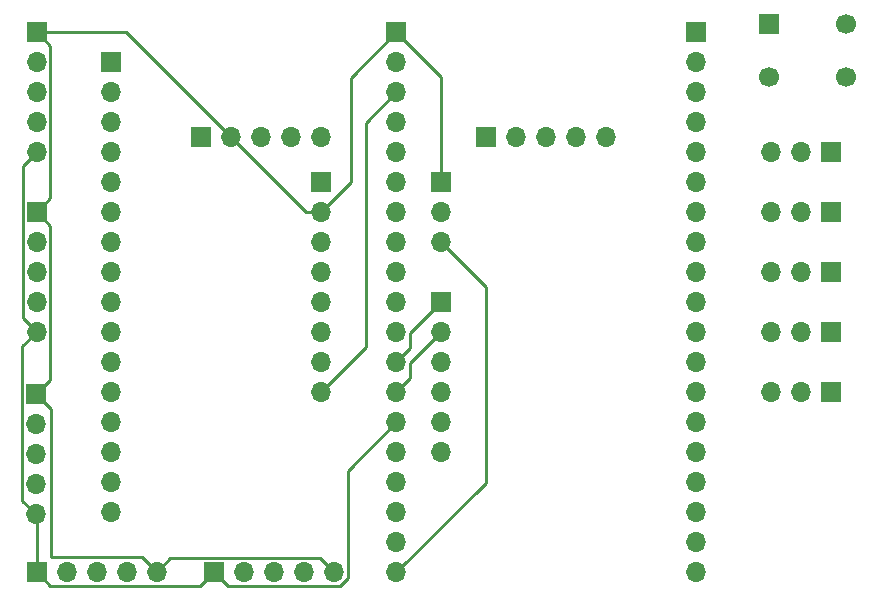
<source format=gbr>
%TF.GenerationSoftware,KiCad,Pcbnew,8.0.3*%
%TF.CreationDate,2024-07-03T13:18:24-05:00*%
%TF.ProjectId,lucidGloves,6c756369-6447-46c6-9f76-65732e6b6963,rev?*%
%TF.SameCoordinates,Original*%
%TF.FileFunction,Copper,L2,Bot*%
%TF.FilePolarity,Positive*%
%FSLAX46Y46*%
G04 Gerber Fmt 4.6, Leading zero omitted, Abs format (unit mm)*
G04 Created by KiCad (PCBNEW 8.0.3) date 2024-07-03 13:18:24*
%MOMM*%
%LPD*%
G01*
G04 APERTURE LIST*
%TA.AperFunction,ComponentPad*%
%ADD10R,1.700000X1.700000*%
%TD*%
%TA.AperFunction,ComponentPad*%
%ADD11O,1.700000X1.700000*%
%TD*%
%TA.AperFunction,ComponentPad*%
%ADD12C,1.700000*%
%TD*%
%TA.AperFunction,ViaPad*%
%ADD13C,0.300000*%
%TD*%
%TA.AperFunction,Conductor*%
%ADD14C,0.250000*%
%TD*%
G04 APERTURE END LIST*
D10*
%TO.P,J12,1,Pin_1*%
%TO.N,Net-(J10-Pin_1)*%
X146100000Y-53340000D03*
D11*
%TO.P,J12,2,Pin_2*%
%TO.N,Net-(J12-Pin_2)*%
X146100000Y-55880000D03*
%TO.P,J12,3,Pin_3*%
%TO.N,Net-(J12-Pin_3)*%
X146100000Y-58420000D03*
%TO.P,J12,4,Pin_4*%
%TO.N,Net-(J12-Pin_4)*%
X146100000Y-60960000D03*
%TO.P,J12,5,Pin_5*%
%TO.N,Net-(J10-Pin_5)*%
X146100000Y-63500000D03*
%TD*%
D10*
%TO.P,J9,1,Pin_1*%
%TO.N,Net-(J10-Pin_1)*%
X176555000Y-53340000D03*
D11*
%TO.P,J9,2,Pin_2*%
%TO.N,unconnected-(J9-Pin_2-Pad2)*%
X176555000Y-55880000D03*
%TO.P,J9,3,Pin_3*%
%TO.N,Net-(J8-Pin_8)*%
X176555000Y-58420000D03*
%TO.P,J9,4,Pin_4*%
%TO.N,unconnected-(J9-Pin_4-Pad4)*%
X176555000Y-60960000D03*
%TO.P,J9,5,Pin_5*%
%TO.N,Net-(J6-Pin_3)*%
X176555000Y-63500000D03*
%TO.P,J9,6,Pin_6*%
%TO.N,Net-(J6-Pin_4)*%
X176555000Y-66040000D03*
%TO.P,J9,7,Pin_7*%
%TO.N,Net-(J6-Pin_5)*%
X176555000Y-68580000D03*
%TO.P,J9,8,Pin_8*%
%TO.N,Net-(J8-Pin_4)*%
X176555000Y-71120000D03*
%TO.P,J9,9,Pin_9*%
%TO.N,Net-(J8-Pin_5)*%
X176555000Y-73660000D03*
%TO.P,J9,10,Pin_10*%
%TO.N,Net-(J8-Pin_6)*%
X176555000Y-76200000D03*
%TO.P,J9,11,Pin_11*%
%TO.N,Net-(J8-Pin_7)*%
X176555000Y-78740000D03*
%TO.P,J9,12,Pin_12*%
%TO.N,Net-(J14-Pin_1)*%
X176555000Y-81280000D03*
%TO.P,J9,13,Pin_13*%
%TO.N,Net-(J14-Pin_2)*%
X176555000Y-83820000D03*
%TO.P,J9,14,Pin_14*%
%TO.N,Net-(J10-Pin_5)*%
X176555000Y-86360000D03*
%TO.P,J9,15,Pin_15*%
%TO.N,Net-(D1-K)*%
X176555000Y-88900000D03*
%TO.P,J9,16,Pin_16*%
%TO.N,unconnected-(J9-Pin_16-Pad16)*%
X176555000Y-91440000D03*
%TO.P,J9,17,Pin_17*%
%TO.N,unconnected-(J9-Pin_17-Pad17)*%
X176555000Y-93980000D03*
%TO.P,J9,18,Pin_18*%
%TO.N,unconnected-(J9-Pin_18-Pad18)*%
X176555000Y-96520000D03*
%TO.P,J9,19,Pin_19*%
%TO.N,Net-(J3-Pin_3)*%
X176555000Y-99060000D03*
%TD*%
D10*
%TO.P,J16,1,Pin_1*%
%TO.N,Net-(J16-Pin_1)*%
X213360000Y-63500000D03*
D11*
%TO.P,J16,2,Pin_2*%
%TO.N,Net-(J16-Pin_2)*%
X210820000Y-63500000D03*
%TO.P,J16,3,Pin_3*%
%TO.N,Net-(J13-Pin_8)*%
X208280000Y-63500000D03*
%TD*%
D10*
%TO.P,J11,1,Pin_1*%
%TO.N,Net-(J10-Pin_1)*%
X146100000Y-68580000D03*
D11*
%TO.P,J11,2,Pin_2*%
%TO.N,Net-(J11-Pin_2)*%
X146100000Y-71120000D03*
%TO.P,J11,3,Pin_3*%
%TO.N,Net-(J11-Pin_3)*%
X146100000Y-73660000D03*
%TO.P,J11,4,Pin_4*%
%TO.N,Net-(J11-Pin_4)*%
X146100000Y-76200000D03*
%TO.P,J11,5,Pin_5*%
%TO.N,Net-(J10-Pin_5)*%
X146100000Y-78740000D03*
%TD*%
D10*
%TO.P,J5,1,Pin_1*%
%TO.N,Net-(J10-Pin_5)*%
X161120000Y-99060000D03*
D11*
%TO.P,J5,2,Pin_2*%
%TO.N,Net-(J5-Pin_2)*%
X163660000Y-99060000D03*
%TO.P,J5,3,Pin_3*%
%TO.N,Net-(J5-Pin_3)*%
X166200000Y-99060000D03*
%TO.P,J5,4,Pin_4*%
%TO.N,Net-(J5-Pin_4)*%
X168740000Y-99060000D03*
%TO.P,J5,5,Pin_5*%
%TO.N,Net-(J10-Pin_1)*%
X171280000Y-99060000D03*
%TD*%
D10*
%TO.P,J15,1,Pin_1*%
%TO.N,Net-(J13-Pin_1)*%
X184155000Y-62230000D03*
D11*
%TO.P,J15,2,Pin_2*%
%TO.N,Net-(J13-Pin_5)*%
X186695000Y-62230000D03*
%TO.P,J15,3,Pin_3*%
%TO.N,Net-(J13-Pin_4)*%
X189235000Y-62230000D03*
%TO.P,J15,4,Pin_4*%
%TO.N,Net-(J13-Pin_3)*%
X191775000Y-62230000D03*
%TO.P,J15,5,Pin_5*%
%TO.N,Net-(J13-Pin_2)*%
X194315000Y-62230000D03*
%TD*%
D10*
%TO.P,J10,1,Pin_1*%
%TO.N,Net-(J10-Pin_1)*%
X146075000Y-84000000D03*
D11*
%TO.P,J10,2,Pin_2*%
%TO.N,Net-(J10-Pin_2)*%
X146075000Y-86540000D03*
%TO.P,J10,3,Pin_3*%
%TO.N,Net-(J10-Pin_3)*%
X146075000Y-89080000D03*
%TO.P,J10,4,Pin_4*%
%TO.N,Net-(J10-Pin_4)*%
X146075000Y-91620000D03*
%TO.P,J10,5,Pin_5*%
%TO.N,Net-(J10-Pin_5)*%
X146075000Y-94160000D03*
%TD*%
D10*
%TO.P,J4,1,Pin_1*%
%TO.N,Net-(J10-Pin_5)*%
X146100000Y-99060000D03*
D11*
%TO.P,J4,2,Pin_2*%
%TO.N,Net-(J4-Pin_2)*%
X148640000Y-99060000D03*
%TO.P,J4,3,Pin_3*%
%TO.N,Net-(J4-Pin_3)*%
X151180000Y-99060000D03*
%TO.P,J4,4,Pin_4*%
%TO.N,Net-(J4-Pin_4)*%
X153720000Y-99060000D03*
%TO.P,J4,5,Pin_5*%
%TO.N,Net-(J10-Pin_1)*%
X156260000Y-99060000D03*
%TD*%
D10*
%TO.P,J18,1,Pin_1*%
%TO.N,Net-(J16-Pin_1)*%
X213360000Y-73660000D03*
D11*
%TO.P,J18,2,Pin_2*%
%TO.N,Net-(J16-Pin_2)*%
X210820000Y-73660000D03*
%TO.P,J18,3,Pin_3*%
%TO.N,Net-(J13-Pin_10)*%
X208280000Y-73660000D03*
%TD*%
D10*
%TO.P,J13,1,Pin_1*%
%TO.N,Net-(J13-Pin_1)*%
X201930000Y-53340000D03*
D11*
%TO.P,J13,2,Pin_2*%
%TO.N,Net-(J13-Pin_2)*%
X201930000Y-55880000D03*
%TO.P,J13,3,Pin_3*%
%TO.N,Net-(J13-Pin_3)*%
X201930000Y-58420000D03*
%TO.P,J13,4,Pin_4*%
%TO.N,Net-(J13-Pin_4)*%
X201930000Y-60960000D03*
%TO.P,J13,5,Pin_5*%
%TO.N,Net-(J13-Pin_5)*%
X201930000Y-63500000D03*
%TO.P,J13,6,Pin_6*%
%TO.N,Net-(J13-Pin_6)*%
X201930000Y-66040000D03*
%TO.P,J13,7,Pin_7*%
%TO.N,unconnected-(J13-Pin_7-Pad7)*%
X201930000Y-68580000D03*
%TO.P,J13,8,Pin_8*%
%TO.N,Net-(J13-Pin_8)*%
X201930000Y-71120000D03*
%TO.P,J13,9,Pin_9*%
%TO.N,Net-(J13-Pin_9)*%
X201930000Y-73660000D03*
%TO.P,J13,10,Pin_10*%
%TO.N,Net-(J13-Pin_10)*%
X201930000Y-76200000D03*
%TO.P,J13,11,Pin_11*%
%TO.N,Net-(J13-Pin_11)*%
X201930000Y-78740000D03*
%TO.P,J13,12,Pin_12*%
%TO.N,Net-(J13-Pin_12)*%
X201930000Y-81280000D03*
%TO.P,J13,13,Pin_13*%
%TO.N,Net-(J13-Pin_13)*%
X201930000Y-83820000D03*
%TO.P,J13,14,Pin_14*%
%TO.N,Net-(J13-Pin_14)*%
X201930000Y-86360000D03*
%TO.P,J13,15,Pin_15*%
%TO.N,Net-(J13-Pin_15)*%
X201930000Y-88900000D03*
%TO.P,J13,16,Pin_16*%
%TO.N,Net-(J13-Pin_16)*%
X201930000Y-91440000D03*
%TO.P,J13,17,Pin_17*%
%TO.N,unconnected-(J13-Pin_17-Pad17)*%
X201930000Y-93980000D03*
%TO.P,J13,18,Pin_18*%
%TO.N,unconnected-(J13-Pin_18-Pad18)*%
X201930000Y-96520000D03*
%TO.P,J13,19,Pin_19*%
%TO.N,unconnected-(J13-Pin_19-Pad19)*%
X201930000Y-99060000D03*
%TD*%
D10*
%TO.P,J20,1,Pin_1*%
%TO.N,Net-(J16-Pin_1)*%
X213360000Y-83820000D03*
D11*
%TO.P,J20,2,Pin_2*%
%TO.N,Net-(J16-Pin_2)*%
X210820000Y-83820000D03*
%TO.P,J20,3,Pin_3*%
%TO.N,Net-(J13-Pin_12)*%
X208280000Y-83820000D03*
%TD*%
D10*
%TO.P,J6,1,Pin_1*%
%TO.N,Net-(J10-Pin_5)*%
X160020000Y-62230000D03*
D11*
%TO.P,J6,2,Pin_2*%
%TO.N,Net-(J10-Pin_1)*%
X162560000Y-62230000D03*
%TO.P,J6,3,Pin_3*%
%TO.N,Net-(J6-Pin_3)*%
X165100000Y-62230000D03*
%TO.P,J6,4,Pin_4*%
%TO.N,Net-(J6-Pin_4)*%
X167640000Y-62230000D03*
%TO.P,J6,5,Pin_5*%
%TO.N,Net-(J6-Pin_5)*%
X170180000Y-62230000D03*
%TD*%
D10*
%TO.P,J19,1,Pin_1*%
%TO.N,Net-(J16-Pin_1)*%
X213360000Y-78740000D03*
D11*
%TO.P,J19,2,Pin_2*%
%TO.N,Net-(J16-Pin_2)*%
X210820000Y-78740000D03*
%TO.P,J19,3,Pin_3*%
%TO.N,Net-(J13-Pin_11)*%
X208280000Y-78740000D03*
%TD*%
D10*
%TO.P,J7,1,Pin_1*%
%TO.N,Net-(J12-Pin_2)*%
X152400000Y-55880000D03*
D11*
%TO.P,J7,2,Pin_2*%
%TO.N,Net-(J12-Pin_4)*%
X152400000Y-58420000D03*
%TO.P,J7,3,Pin_3*%
%TO.N,Net-(J12-Pin_3)*%
X152400000Y-60960000D03*
%TO.P,J7,4,Pin_4*%
%TO.N,Net-(J11-Pin_3)*%
X152400000Y-63500000D03*
%TO.P,J7,5,Pin_5*%
%TO.N,Net-(J11-Pin_4)*%
X152400000Y-66040000D03*
%TO.P,J7,6,Pin_6*%
%TO.N,Net-(J11-Pin_2)*%
X152400000Y-68580000D03*
%TO.P,J7,7,Pin_7*%
%TO.N,Net-(J10-Pin_3)*%
X152400000Y-71120000D03*
%TO.P,J7,8,Pin_8*%
%TO.N,Net-(J10-Pin_4)*%
X152400000Y-73660000D03*
%TO.P,J7,9,Pin_9*%
%TO.N,Net-(J10-Pin_2)*%
X152400000Y-76200000D03*
%TO.P,J7,10,Pin_10*%
%TO.N,Net-(J4-Pin_3)*%
X152400000Y-78740000D03*
%TO.P,J7,11,Pin_11*%
%TO.N,Net-(J4-Pin_2)*%
X152400000Y-81280000D03*
%TO.P,J7,12,Pin_12*%
%TO.N,Net-(J4-Pin_4)*%
X152400000Y-83820000D03*
%TO.P,J7,13,Pin_13*%
%TO.N,Net-(J5-Pin_3)*%
X152400000Y-86360000D03*
%TO.P,J7,14,Pin_14*%
%TO.N,Net-(J5-Pin_2)*%
X152400000Y-88900000D03*
%TO.P,J7,15,Pin_15*%
%TO.N,Net-(J5-Pin_4)*%
X152400000Y-91440000D03*
%TO.P,J7,16,Pin_16*%
%TO.N,unconnected-(J7-Pin_16-Pad16)*%
X152400000Y-93980000D03*
%TD*%
D10*
%TO.P,SW1,1,1*%
%TO.N,Net-(J13-Pin_1)*%
X208130000Y-52650000D03*
D12*
X214630000Y-52650000D03*
%TO.P,SW1,2,2*%
%TO.N,Net-(J13-Pin_6)*%
X208130000Y-57150000D03*
X214630000Y-57150000D03*
%TD*%
D10*
%TO.P,J3,1,Pin_1*%
%TO.N,Net-(J10-Pin_1)*%
X180340000Y-66040000D03*
D11*
%TO.P,J3,2,Pin_2*%
%TO.N,Net-(J10-Pin_5)*%
X180340000Y-68580000D03*
%TO.P,J3,3,Pin_3*%
%TO.N,Net-(J3-Pin_3)*%
X180340000Y-71120000D03*
%TD*%
D10*
%TO.P,J8,1,Pin_1*%
%TO.N,Net-(J10-Pin_5)*%
X170180000Y-66040000D03*
D11*
%TO.P,J8,2,Pin_2*%
%TO.N,Net-(J10-Pin_1)*%
X170180000Y-68580000D03*
%TO.P,J8,3,Pin_3*%
%TO.N,unconnected-(J8-Pin_3-Pad3)*%
X170180000Y-71120000D03*
%TO.P,J8,4,Pin_4*%
%TO.N,Net-(J8-Pin_4)*%
X170180000Y-73660000D03*
%TO.P,J8,5,Pin_5*%
%TO.N,Net-(J8-Pin_5)*%
X170180000Y-76200000D03*
%TO.P,J8,6,Pin_6*%
%TO.N,Net-(J8-Pin_6)*%
X170180000Y-78740000D03*
%TO.P,J8,7,Pin_7*%
%TO.N,Net-(J8-Pin_7)*%
X170180000Y-81280000D03*
%TO.P,J8,8,Pin_8*%
%TO.N,Net-(J8-Pin_8)*%
X170180000Y-83820000D03*
%TD*%
D10*
%TO.P,J14,1,Pin_1*%
%TO.N,Net-(J14-Pin_1)*%
X180340000Y-76200000D03*
D11*
%TO.P,J14,2,Pin_2*%
%TO.N,Net-(J14-Pin_2)*%
X180340000Y-78740000D03*
%TO.P,J14,3,Pin_3*%
%TO.N,Net-(J13-Pin_16)*%
X180340000Y-81280000D03*
%TO.P,J14,4,Pin_4*%
%TO.N,Net-(J13-Pin_15)*%
X180340000Y-83820000D03*
%TO.P,J14,5,Pin_5*%
%TO.N,Net-(J13-Pin_14)*%
X180340000Y-86360000D03*
%TO.P,J14,6,Pin_6*%
%TO.N,Net-(J13-Pin_13)*%
X180340000Y-88900000D03*
%TD*%
D10*
%TO.P,J17,1,Pin_1*%
%TO.N,Net-(J16-Pin_1)*%
X213360000Y-68580000D03*
D11*
%TO.P,J17,2,Pin_2*%
%TO.N,Net-(J16-Pin_2)*%
X210820000Y-68580000D03*
%TO.P,J17,3,Pin_3*%
%TO.N,Net-(J13-Pin_9)*%
X208280000Y-68580000D03*
%TD*%
D13*
%TO.N,Net-(J3-Pin_3)*%
X184150000Y-91440000D03*
%TD*%
D14*
%TO.N,Net-(J14-Pin_2)*%
X177730000Y-81350000D02*
X177730000Y-82645000D01*
X180340000Y-78740000D02*
X177730000Y-81350000D01*
X177730000Y-82645000D02*
X176555000Y-83820000D01*
%TO.N,Net-(J14-Pin_1)*%
X177730000Y-78810000D02*
X177730000Y-80105000D01*
X177730000Y-80105000D02*
X176555000Y-81280000D01*
X180340000Y-76200000D02*
X177730000Y-78810000D01*
%TO.N,Net-(J3-Pin_3)*%
X184150000Y-74930000D02*
X184150000Y-91440000D01*
X184150000Y-91440000D02*
X184150000Y-91465000D01*
X180340000Y-71120000D02*
X184150000Y-74930000D01*
X184150000Y-91465000D02*
X176555000Y-99060000D01*
%TO.N,Net-(J10-Pin_1)*%
X146100000Y-68580000D02*
X147275000Y-69755000D01*
X170105000Y-97885000D02*
X171280000Y-99060000D01*
X146100000Y-53340000D02*
X147275000Y-54515000D01*
X170180000Y-68580000D02*
X172720000Y-66040000D01*
X154990000Y-97790000D02*
X156260000Y-99060000D01*
X147275000Y-82800000D02*
X146075000Y-84000000D01*
X170180000Y-68580000D02*
X168910000Y-68580000D01*
X147275000Y-67405000D02*
X146100000Y-68580000D01*
X147275000Y-54515000D02*
X147275000Y-67405000D01*
X147275000Y-69755000D02*
X147275000Y-82800000D01*
X157435000Y-97885000D02*
X170105000Y-97885000D01*
X176555000Y-53340000D02*
X172720000Y-57175000D01*
X180340000Y-66040000D02*
X180340000Y-57125000D01*
X156260000Y-99060000D02*
X157435000Y-97885000D01*
X146075000Y-84000000D02*
X147320000Y-85245000D01*
X147320000Y-85245000D02*
X147320000Y-97790000D01*
X147320000Y-97790000D02*
X154990000Y-97790000D01*
X180340000Y-57125000D02*
X176555000Y-53340000D01*
X168910000Y-68580000D02*
X162560000Y-62230000D01*
X153670000Y-53340000D02*
X162560000Y-62230000D01*
X146100000Y-53340000D02*
X153670000Y-53340000D01*
X172720000Y-57175000D02*
X172720000Y-66040000D01*
%TO.N,Net-(J10-Pin_5)*%
X144925000Y-64675000D02*
X146100000Y-63500000D01*
X146100000Y-94185000D02*
X146075000Y-94160000D01*
X172455000Y-99546701D02*
X171766701Y-100235000D01*
X161120000Y-99060000D02*
X159945000Y-100235000D01*
X172455000Y-90460000D02*
X172455000Y-99546701D01*
X144900000Y-92985000D02*
X144900000Y-79940000D01*
X146075000Y-94160000D02*
X144900000Y-92985000D01*
X144925000Y-77565000D02*
X144925000Y-64675000D01*
X162295000Y-100235000D02*
X161120000Y-99060000D01*
X176555000Y-86360000D02*
X172455000Y-90460000D01*
X159945000Y-100235000D02*
X147275000Y-100235000D01*
X146100000Y-99060000D02*
X146100000Y-94185000D01*
X144900000Y-79940000D02*
X146100000Y-78740000D01*
X147275000Y-100235000D02*
X146100000Y-99060000D01*
X171766701Y-100235000D02*
X162295000Y-100235000D01*
X146100000Y-78740000D02*
X144925000Y-77565000D01*
%TO.N,Net-(J8-Pin_8)*%
X173990000Y-60985000D02*
X176555000Y-58420000D01*
X173990000Y-80010000D02*
X173990000Y-60985000D01*
X170180000Y-83820000D02*
X173990000Y-80010000D01*
%TD*%
M02*

</source>
